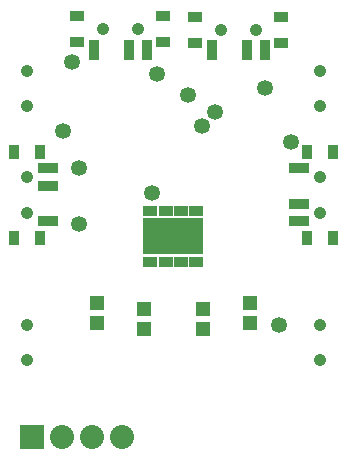
<source format=gbs>
G75*
G70*
%OFA0B0*%
%FSLAX24Y24*%
%IPPOS*%
%LPD*%
%AMOC8*
5,1,8,0,0,1.08239X$1,22.5*
%
%ADD10R,0.0800X0.0800*%
%ADD11C,0.0800*%
%ADD12C,0.0414*%
%ADD13R,0.0651X0.0336*%
%ADD14R,0.0375X0.0454*%
%ADD15R,0.0336X0.0651*%
%ADD16R,0.0454X0.0375*%
%ADD17R,0.0493X0.0454*%
%ADD18R,0.2029X0.1202*%
%ADD19R,0.0501X0.0336*%
%ADD20R,0.0454X0.0336*%
%ADD21C,0.0532*%
D10*
X001281Y001675D03*
D11*
X002281Y001675D03*
X003281Y001675D03*
X004281Y001675D03*
D12*
X001124Y004234D03*
X001124Y005415D03*
X001124Y009155D03*
X001124Y010336D03*
X001124Y012698D03*
X001124Y013880D03*
X003647Y015261D03*
X004828Y015261D03*
X007580Y015257D03*
X008761Y015257D03*
X010887Y013880D03*
X010887Y012698D03*
X010887Y010336D03*
X010887Y009155D03*
X010887Y005415D03*
X010887Y004234D03*
D13*
X010198Y008860D03*
X010198Y009450D03*
X010198Y010631D03*
X001813Y010631D03*
X001813Y010041D03*
X001813Y008860D03*
D14*
X001557Y008309D03*
X000691Y008309D03*
X000691Y011183D03*
X001557Y011183D03*
X010454Y011183D03*
X011320Y011183D03*
X011320Y008309D03*
X010454Y008309D03*
D15*
X009057Y014569D03*
X008466Y014569D03*
X007285Y014569D03*
X005124Y014572D03*
X004533Y014572D03*
X003352Y014572D03*
D16*
X002801Y014828D03*
X002801Y015694D03*
X005675Y015694D03*
X005675Y014828D03*
X006734Y014824D03*
X006734Y015691D03*
X009608Y015691D03*
X009608Y014824D03*
D17*
X008565Y006143D03*
X008565Y005474D03*
X006990Y005277D03*
X006990Y005946D03*
X005021Y005946D03*
X005021Y005277D03*
X003446Y005474D03*
X003446Y006143D03*
D18*
X006006Y008368D03*
D19*
X006769Y009214D03*
X006769Y007521D03*
X005242Y007521D03*
X005242Y009214D03*
D20*
X005757Y009214D03*
X006254Y009214D03*
X006254Y007521D03*
X005757Y007521D03*
D21*
X005293Y009809D03*
X006978Y012037D03*
X007383Y012502D03*
X006502Y013076D03*
X005470Y013789D03*
X002856Y010631D03*
X002324Y011872D03*
X002620Y014175D03*
X002856Y008761D03*
X009057Y013305D03*
X009943Y011517D03*
X009533Y005395D03*
M02*

</source>
